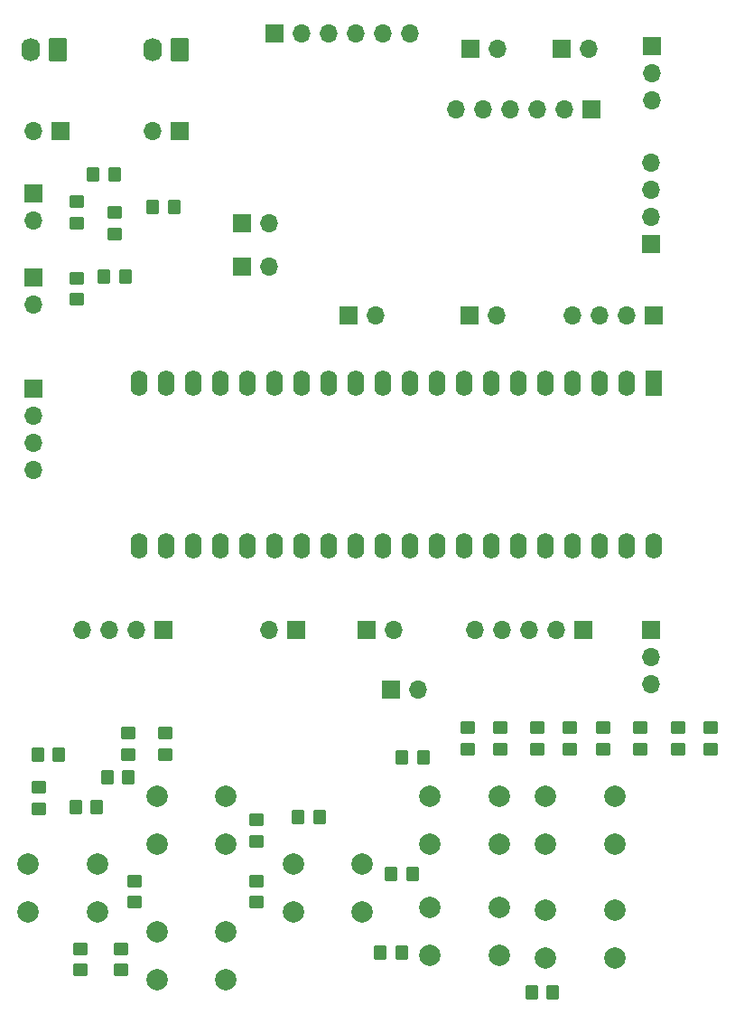
<source format=gts>
G04 #@! TF.GenerationSoftware,KiCad,Pcbnew,(6.0.10)*
G04 #@! TF.CreationDate,2023-02-06T13:34:11-03:00*
G04 #@! TF.ProjectId,Core_HW,436f7265-5f48-4572-9e6b-696361645f70,rev?*
G04 #@! TF.SameCoordinates,Original*
G04 #@! TF.FileFunction,Soldermask,Top*
G04 #@! TF.FilePolarity,Negative*
%FSLAX46Y46*%
G04 Gerber Fmt 4.6, Leading zero omitted, Abs format (unit mm)*
G04 Created by KiCad (PCBNEW (6.0.10)) date 2023-02-06 13:34:11*
%MOMM*%
%LPD*%
G01*
G04 APERTURE LIST*
G04 Aperture macros list*
%AMRoundRect*
0 Rectangle with rounded corners*
0 $1 Rounding radius*
0 $2 $3 $4 $5 $6 $7 $8 $9 X,Y pos of 4 corners*
0 Add a 4 corners polygon primitive as box body*
4,1,4,$2,$3,$4,$5,$6,$7,$8,$9,$2,$3,0*
0 Add four circle primitives for the rounded corners*
1,1,$1+$1,$2,$3*
1,1,$1+$1,$4,$5*
1,1,$1+$1,$6,$7*
1,1,$1+$1,$8,$9*
0 Add four rect primitives between the rounded corners*
20,1,$1+$1,$2,$3,$4,$5,0*
20,1,$1+$1,$4,$5,$6,$7,0*
20,1,$1+$1,$6,$7,$8,$9,0*
20,1,$1+$1,$8,$9,$2,$3,0*%
G04 Aperture macros list end*
%ADD10RoundRect,0.250000X-0.450000X0.350000X-0.450000X-0.350000X0.450000X-0.350000X0.450000X0.350000X0*%
%ADD11R,1.700000X1.700000*%
%ADD12O,1.700000X1.700000*%
%ADD13C,2.000000*%
%ADD14RoundRect,0.250000X-0.350000X-0.450000X0.350000X-0.450000X0.350000X0.450000X-0.350000X0.450000X0*%
%ADD15R,1.600000X2.400000*%
%ADD16O,1.600000X2.400000*%
%ADD17RoundRect,0.250000X0.350000X0.450000X-0.350000X0.450000X-0.350000X-0.450000X0.350000X-0.450000X0*%
%ADD18RoundRect,0.250000X0.450000X-0.350000X0.450000X0.350000X-0.450000X0.350000X-0.450000X-0.350000X0*%
%ADD19RoundRect,0.250000X0.620000X0.845000X-0.620000X0.845000X-0.620000X-0.845000X0.620000X-0.845000X0*%
%ADD20O,1.740000X2.190000*%
G04 APERTURE END LIST*
D10*
X99568000Y-95536000D03*
X99568000Y-97536000D03*
X103759000Y-158385000D03*
X103759000Y-160385000D03*
D11*
X115057000Y-90424000D03*
D12*
X117597000Y-90424000D03*
D11*
X153416000Y-92319000D03*
D12*
X153416000Y-89779000D03*
X153416000Y-87239000D03*
X153416000Y-84699000D03*
D13*
X107090000Y-148590000D03*
X113590000Y-148590000D03*
X113590000Y-144090000D03*
X107090000Y-144090000D03*
X139192000Y-159004000D03*
X132692000Y-159004000D03*
X139192000Y-154504000D03*
X132692000Y-154504000D03*
D14*
X128032000Y-158750000D03*
X130032000Y-158750000D03*
X129048000Y-151384000D03*
X131048000Y-151384000D03*
D15*
X153670000Y-105410000D03*
D16*
X151130000Y-105410000D03*
X148590000Y-105410000D03*
X146050000Y-105410000D03*
X143510000Y-105410000D03*
X140970000Y-105410000D03*
X138430000Y-105410000D03*
X135890000Y-105410000D03*
X133350000Y-105410000D03*
X130810000Y-105410000D03*
X128270000Y-105410000D03*
X125730000Y-105410000D03*
X123190000Y-105410000D03*
X120650000Y-105410000D03*
X118110000Y-105410000D03*
X115570000Y-105410000D03*
X113030000Y-105410000D03*
X110490000Y-105410000D03*
X107950000Y-105410000D03*
X105410000Y-105410000D03*
X105410000Y-120650000D03*
X107950000Y-120650000D03*
X110490000Y-120650000D03*
X113030000Y-120650000D03*
X115570000Y-120650000D03*
X118110000Y-120650000D03*
X120650000Y-120650000D03*
X123190000Y-120650000D03*
X125730000Y-120650000D03*
X128270000Y-120650000D03*
X130810000Y-120650000D03*
X133350000Y-120650000D03*
X135890000Y-120650000D03*
X138430000Y-120650000D03*
X140970000Y-120650000D03*
X143510000Y-120650000D03*
X146050000Y-120650000D03*
X148590000Y-120650000D03*
X151130000Y-120650000D03*
X153670000Y-120650000D03*
D11*
X126741000Y-128524000D03*
D12*
X129281000Y-128524000D03*
D11*
X145029000Y-74041000D03*
D12*
X147569000Y-74041000D03*
D17*
X101457000Y-145070000D03*
X99457000Y-145070000D03*
D11*
X147061000Y-128524000D03*
D12*
X144521000Y-128524000D03*
X141981000Y-128524000D03*
X139441000Y-128524000D03*
X136901000Y-128524000D03*
D11*
X95504000Y-105928000D03*
D12*
X95504000Y-108468000D03*
X95504000Y-111008000D03*
X95504000Y-113548000D03*
D10*
X145796000Y-137684000D03*
X145796000Y-139684000D03*
D11*
X98044000Y-81788000D03*
D12*
X95504000Y-81788000D03*
D18*
X96002000Y-145272000D03*
X96002000Y-143272000D03*
D13*
X143562000Y-148554000D03*
X150062000Y-148554000D03*
X143562000Y-144054000D03*
X150062000Y-144054000D03*
D11*
X125090000Y-99060000D03*
D12*
X127630000Y-99060000D03*
D11*
X95504000Y-87625000D03*
D12*
X95504000Y-90165000D03*
D11*
X136393000Y-99060000D03*
D12*
X138933000Y-99060000D03*
D13*
X113590000Y-161290000D03*
X107090000Y-161290000D03*
X113590000Y-156790000D03*
X107090000Y-156790000D03*
D17*
X104124000Y-95387000D03*
X102124000Y-95387000D03*
D10*
X99568000Y-88392000D03*
X99568000Y-90392000D03*
D11*
X147828000Y-79756000D03*
D12*
X145288000Y-79756000D03*
X142748000Y-79756000D03*
X140208000Y-79756000D03*
X137668000Y-79756000D03*
X135128000Y-79756000D03*
D11*
X120142000Y-128524000D03*
D12*
X117602000Y-128524000D03*
D10*
X136261000Y-137684000D03*
X136261000Y-139684000D03*
D14*
X142240000Y-162443000D03*
X144240000Y-162443000D03*
X102439000Y-142335000D03*
X104439000Y-142335000D03*
D10*
X152400000Y-137684000D03*
X152400000Y-139684000D03*
D13*
X143562000Y-159222000D03*
X150062000Y-159222000D03*
X143562000Y-154722000D03*
X150062000Y-154722000D03*
D10*
X107884000Y-138160000D03*
X107884000Y-140160000D03*
D17*
X108696000Y-88900000D03*
X106696000Y-88900000D03*
D11*
X107696000Y-128524000D03*
D12*
X105156000Y-128524000D03*
X102616000Y-128524000D03*
X100076000Y-128524000D03*
D14*
X95901000Y-140208000D03*
X97901000Y-140208000D03*
D11*
X109220000Y-81788000D03*
D12*
X106680000Y-81788000D03*
D14*
X130064000Y-140442000D03*
X132064000Y-140442000D03*
D11*
X118110000Y-72644000D03*
D12*
X120650000Y-72644000D03*
X123190000Y-72644000D03*
X125730000Y-72644000D03*
X128270000Y-72644000D03*
X130810000Y-72644000D03*
D18*
X142748000Y-139684000D03*
X142748000Y-137684000D03*
X116439000Y-154035000D03*
X116439000Y-152035000D03*
D11*
X95504000Y-95504000D03*
D12*
X95504000Y-98044000D03*
D13*
X139192000Y-148590000D03*
X132692000Y-148590000D03*
X139192000Y-144090000D03*
X132692000Y-144090000D03*
D18*
X103124000Y-91424000D03*
X103124000Y-89424000D03*
D11*
X136515000Y-74041000D03*
D12*
X139055000Y-74041000D03*
D10*
X99959000Y-158385000D03*
X99959000Y-160385000D03*
D18*
X116469000Y-148320000D03*
X116469000Y-146320000D03*
D10*
X105029000Y-152035000D03*
X105029000Y-154035000D03*
D11*
X115057000Y-94488000D03*
D12*
X117597000Y-94488000D03*
D11*
X153543000Y-73802000D03*
D12*
X153543000Y-76342000D03*
X153543000Y-78882000D03*
D10*
X159004000Y-137684000D03*
X159004000Y-139684000D03*
D11*
X153660000Y-99060000D03*
D12*
X151120000Y-99060000D03*
X148580000Y-99060000D03*
X146040000Y-99060000D03*
D18*
X155956000Y-139684000D03*
X155956000Y-137684000D03*
D13*
X101525000Y-154940000D03*
X95025000Y-154940000D03*
X95025000Y-150440000D03*
X101525000Y-150440000D03*
D14*
X120324000Y-146050000D03*
X122324000Y-146050000D03*
D19*
X97790000Y-74168000D03*
D20*
X95250000Y-74168000D03*
D13*
X126365000Y-154940000D03*
X119865000Y-154940000D03*
X119865000Y-150440000D03*
X126365000Y-150440000D03*
D11*
X153416000Y-128539000D03*
D12*
X153416000Y-131079000D03*
X153416000Y-133619000D03*
D18*
X148961000Y-139684000D03*
X148961000Y-137684000D03*
D20*
X106675000Y-74148000D03*
D19*
X109215000Y-74148000D03*
D11*
X129032000Y-134112000D03*
D12*
X131572000Y-134112000D03*
D18*
X104394000Y-140160000D03*
X104394000Y-138160000D03*
D17*
X103108000Y-85852000D03*
X101108000Y-85852000D03*
D18*
X139309000Y-139684000D03*
X139309000Y-137684000D03*
M02*

</source>
